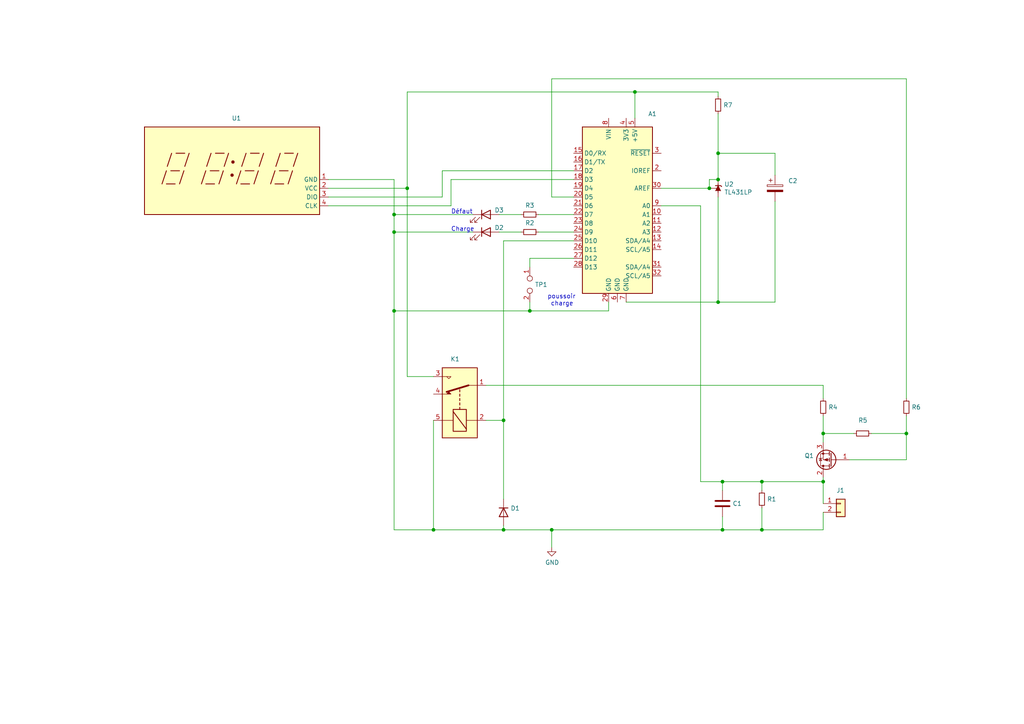
<source format=kicad_sch>
(kicad_sch (version 20211123) (generator eeschema)

  (uuid 68877d35-b796-44db-9124-b8e744e7412e)

  (paper "A4")

  (lib_symbols
    (symbol "Connector:TestPoint_2Pole" (pin_names (offset 0.762) hide) (in_bom yes) (on_board yes)
      (property "Reference" "TP" (id 0) (at 0 1.524 0)
        (effects (font (size 1.27 1.27)))
      )
      (property "Value" "TestPoint_2Pole" (id 1) (at 0 -1.778 0)
        (effects (font (size 1.27 1.27)))
      )
      (property "Footprint" "" (id 2) (at 0 0 0)
        (effects (font (size 1.27 1.27)) hide)
      )
      (property "Datasheet" "~" (id 3) (at 0 0 0)
        (effects (font (size 1.27 1.27)) hide)
      )
      (property "ki_keywords" "point tp" (id 4) (at 0 0 0)
        (effects (font (size 1.27 1.27)) hide)
      )
      (property "ki_description" "2-polar test point" (id 5) (at 0 0 0)
        (effects (font (size 1.27 1.27)) hide)
      )
      (property "ki_fp_filters" "Pin* Test*" (id 6) (at 0 0 0)
        (effects (font (size 1.27 1.27)) hide)
      )
      (symbol "TestPoint_2Pole_0_1"
        (circle (center -1.778 0) (radius 0.762)
          (stroke (width 0) (type default) (color 0 0 0 0))
          (fill (type none))
        )
        (circle (center 1.778 0) (radius 0.762)
          (stroke (width 0) (type default) (color 0 0 0 0))
          (fill (type none))
        )
        (pin passive line (at -5.08 0 0) (length 2.54)
          (name "1" (effects (font (size 1.27 1.27))))
          (number "1" (effects (font (size 1.27 1.27))))
        )
        (pin passive line (at 5.08 0 180) (length 2.54)
          (name "2" (effects (font (size 1.27 1.27))))
          (number "2" (effects (font (size 1.27 1.27))))
        )
      )
    )
    (symbol "Connector_Generic:Conn_01x02" (pin_names (offset 1.016) hide) (in_bom yes) (on_board yes)
      (property "Reference" "J" (id 0) (at 0 2.54 0)
        (effects (font (size 1.27 1.27)))
      )
      (property "Value" "Conn_01x02" (id 1) (at 0 -5.08 0)
        (effects (font (size 1.27 1.27)))
      )
      (property "Footprint" "" (id 2) (at 0 0 0)
        (effects (font (size 1.27 1.27)) hide)
      )
      (property "Datasheet" "~" (id 3) (at 0 0 0)
        (effects (font (size 1.27 1.27)) hide)
      )
      (property "ki_keywords" "connector" (id 4) (at 0 0 0)
        (effects (font (size 1.27 1.27)) hide)
      )
      (property "ki_description" "Generic connector, single row, 01x02, script generated (kicad-library-utils/schlib/autogen/connector/)" (id 5) (at 0 0 0)
        (effects (font (size 1.27 1.27)) hide)
      )
      (property "ki_fp_filters" "Connector*:*_1x??_*" (id 6) (at 0 0 0)
        (effects (font (size 1.27 1.27)) hide)
      )
      (symbol "Conn_01x02_1_1"
        (rectangle (start -1.27 -2.413) (end 0 -2.667)
          (stroke (width 0.1524) (type default) (color 0 0 0 0))
          (fill (type none))
        )
        (rectangle (start -1.27 0.127) (end 0 -0.127)
          (stroke (width 0.1524) (type default) (color 0 0 0 0))
          (fill (type none))
        )
        (rectangle (start -1.27 1.27) (end 1.27 -3.81)
          (stroke (width 0.254) (type default) (color 0 0 0 0))
          (fill (type background))
        )
        (pin passive line (at -5.08 0 0) (length 3.81)
          (name "Pin_1" (effects (font (size 1.27 1.27))))
          (number "1" (effects (font (size 1.27 1.27))))
        )
        (pin passive line (at -5.08 -2.54 0) (length 3.81)
          (name "Pin_2" (effects (font (size 1.27 1.27))))
          (number "2" (effects (font (size 1.27 1.27))))
        )
      )
    )
    (symbol "Device:C" (pin_numbers hide) (pin_names (offset 0.254)) (in_bom yes) (on_board yes)
      (property "Reference" "C" (id 0) (at 0.635 2.54 0)
        (effects (font (size 1.27 1.27)) (justify left))
      )
      (property "Value" "C" (id 1) (at 0.635 -2.54 0)
        (effects (font (size 1.27 1.27)) (justify left))
      )
      (property "Footprint" "" (id 2) (at 0.9652 -3.81 0)
        (effects (font (size 1.27 1.27)) hide)
      )
      (property "Datasheet" "~" (id 3) (at 0 0 0)
        (effects (font (size 1.27 1.27)) hide)
      )
      (property "ki_keywords" "cap capacitor" (id 4) (at 0 0 0)
        (effects (font (size 1.27 1.27)) hide)
      )
      (property "ki_description" "Unpolarized capacitor" (id 5) (at 0 0 0)
        (effects (font (size 1.27 1.27)) hide)
      )
      (property "ki_fp_filters" "C_*" (id 6) (at 0 0 0)
        (effects (font (size 1.27 1.27)) hide)
      )
      (symbol "C_0_1"
        (polyline
          (pts
            (xy -2.032 -0.762)
            (xy 2.032 -0.762)
          )
          (stroke (width 0.508) (type default) (color 0 0 0 0))
          (fill (type none))
        )
        (polyline
          (pts
            (xy -2.032 0.762)
            (xy 2.032 0.762)
          )
          (stroke (width 0.508) (type default) (color 0 0 0 0))
          (fill (type none))
        )
      )
      (symbol "C_1_1"
        (pin passive line (at 0 3.81 270) (length 2.794)
          (name "~" (effects (font (size 1.27 1.27))))
          (number "1" (effects (font (size 1.27 1.27))))
        )
        (pin passive line (at 0 -3.81 90) (length 2.794)
          (name "~" (effects (font (size 1.27 1.27))))
          (number "2" (effects (font (size 1.27 1.27))))
        )
      )
    )
    (symbol "Device:C_Polarized" (pin_numbers hide) (pin_names (offset 0.254)) (in_bom yes) (on_board yes)
      (property "Reference" "C" (id 0) (at 0.635 2.54 0)
        (effects (font (size 1.27 1.27)) (justify left))
      )
      (property "Value" "C_Polarized" (id 1) (at 0.635 -2.54 0)
        (effects (font (size 1.27 1.27)) (justify left))
      )
      (property "Footprint" "" (id 2) (at 0.9652 -3.81 0)
        (effects (font (size 1.27 1.27)) hide)
      )
      (property "Datasheet" "~" (id 3) (at 0 0 0)
        (effects (font (size 1.27 1.27)) hide)
      )
      (property "ki_keywords" "cap capacitor" (id 4) (at 0 0 0)
        (effects (font (size 1.27 1.27)) hide)
      )
      (property "ki_description" "Polarized capacitor" (id 5) (at 0 0 0)
        (effects (font (size 1.27 1.27)) hide)
      )
      (property "ki_fp_filters" "CP_*" (id 6) (at 0 0 0)
        (effects (font (size 1.27 1.27)) hide)
      )
      (symbol "C_Polarized_0_1"
        (rectangle (start -2.286 0.508) (end 2.286 1.016)
          (stroke (width 0) (type default) (color 0 0 0 0))
          (fill (type none))
        )
        (polyline
          (pts
            (xy -1.778 2.286)
            (xy -0.762 2.286)
          )
          (stroke (width 0) (type default) (color 0 0 0 0))
          (fill (type none))
        )
        (polyline
          (pts
            (xy -1.27 2.794)
            (xy -1.27 1.778)
          )
          (stroke (width 0) (type default) (color 0 0 0 0))
          (fill (type none))
        )
        (rectangle (start 2.286 -0.508) (end -2.286 -1.016)
          (stroke (width 0) (type default) (color 0 0 0 0))
          (fill (type outline))
        )
      )
      (symbol "C_Polarized_1_1"
        (pin passive line (at 0 3.81 270) (length 2.794)
          (name "~" (effects (font (size 1.27 1.27))))
          (number "1" (effects (font (size 1.27 1.27))))
        )
        (pin passive line (at 0 -3.81 90) (length 2.794)
          (name "~" (effects (font (size 1.27 1.27))))
          (number "2" (effects (font (size 1.27 1.27))))
        )
      )
    )
    (symbol "Device:LED" (pin_numbers hide) (pin_names (offset 1.016) hide) (in_bom yes) (on_board yes)
      (property "Reference" "D" (id 0) (at 0 2.54 0)
        (effects (font (size 1.27 1.27)))
      )
      (property "Value" "LED" (id 1) (at 0 -2.54 0)
        (effects (font (size 1.27 1.27)))
      )
      (property "Footprint" "" (id 2) (at 0 0 0)
        (effects (font (size 1.27 1.27)) hide)
      )
      (property "Datasheet" "~" (id 3) (at 0 0 0)
        (effects (font (size 1.27 1.27)) hide)
      )
      (property "ki_keywords" "LED diode" (id 4) (at 0 0 0)
        (effects (font (size 1.27 1.27)) hide)
      )
      (property "ki_description" "Light emitting diode" (id 5) (at 0 0 0)
        (effects (font (size 1.27 1.27)) hide)
      )
      (property "ki_fp_filters" "LED* LED_SMD:* LED_THT:*" (id 6) (at 0 0 0)
        (effects (font (size 1.27 1.27)) hide)
      )
      (symbol "LED_0_1"
        (polyline
          (pts
            (xy -1.27 -1.27)
            (xy -1.27 1.27)
          )
          (stroke (width 0.254) (type default) (color 0 0 0 0))
          (fill (type none))
        )
        (polyline
          (pts
            (xy -1.27 0)
            (xy 1.27 0)
          )
          (stroke (width 0) (type default) (color 0 0 0 0))
          (fill (type none))
        )
        (polyline
          (pts
            (xy 1.27 -1.27)
            (xy 1.27 1.27)
            (xy -1.27 0)
            (xy 1.27 -1.27)
          )
          (stroke (width 0.254) (type default) (color 0 0 0 0))
          (fill (type none))
        )
        (polyline
          (pts
            (xy -3.048 -0.762)
            (xy -4.572 -2.286)
            (xy -3.81 -2.286)
            (xy -4.572 -2.286)
            (xy -4.572 -1.524)
          )
          (stroke (width 0) (type default) (color 0 0 0 0))
          (fill (type none))
        )
        (polyline
          (pts
            (xy -1.778 -0.762)
            (xy -3.302 -2.286)
            (xy -2.54 -2.286)
            (xy -3.302 -2.286)
            (xy -3.302 -1.524)
          )
          (stroke (width 0) (type default) (color 0 0 0 0))
          (fill (type none))
        )
      )
      (symbol "LED_1_1"
        (pin passive line (at -3.81 0 0) (length 2.54)
          (name "K" (effects (font (size 1.27 1.27))))
          (number "1" (effects (font (size 1.27 1.27))))
        )
        (pin passive line (at 3.81 0 180) (length 2.54)
          (name "A" (effects (font (size 1.27 1.27))))
          (number "2" (effects (font (size 1.27 1.27))))
        )
      )
    )
    (symbol "Device:Q_PMOS_GDS" (pin_names (offset 0) hide) (in_bom yes) (on_board yes)
      (property "Reference" "Q" (id 0) (at 5.08 1.27 0)
        (effects (font (size 1.27 1.27)) (justify left))
      )
      (property "Value" "Q_PMOS_GDS" (id 1) (at 5.08 -1.27 0)
        (effects (font (size 1.27 1.27)) (justify left))
      )
      (property "Footprint" "" (id 2) (at 5.08 2.54 0)
        (effects (font (size 1.27 1.27)) hide)
      )
      (property "Datasheet" "~" (id 3) (at 0 0 0)
        (effects (font (size 1.27 1.27)) hide)
      )
      (property "ki_keywords" "transistor PMOS P-MOS P-MOSFET" (id 4) (at 0 0 0)
        (effects (font (size 1.27 1.27)) hide)
      )
      (property "ki_description" "P-MOSFET transistor, gate/drain/source" (id 5) (at 0 0 0)
        (effects (font (size 1.27 1.27)) hide)
      )
      (symbol "Q_PMOS_GDS_0_1"
        (polyline
          (pts
            (xy 0.254 0)
            (xy -2.54 0)
          )
          (stroke (width 0) (type default) (color 0 0 0 0))
          (fill (type none))
        )
        (polyline
          (pts
            (xy 0.254 1.905)
            (xy 0.254 -1.905)
          )
          (stroke (width 0.254) (type default) (color 0 0 0 0))
          (fill (type none))
        )
        (polyline
          (pts
            (xy 0.762 -1.27)
            (xy 0.762 -2.286)
          )
          (stroke (width 0.254) (type default) (color 0 0 0 0))
          (fill (type none))
        )
        (polyline
          (pts
            (xy 0.762 0.508)
            (xy 0.762 -0.508)
          )
          (stroke (width 0.254) (type default) (color 0 0 0 0))
          (fill (type none))
        )
        (polyline
          (pts
            (xy 0.762 2.286)
            (xy 0.762 1.27)
          )
          (stroke (width 0.254) (type default) (color 0 0 0 0))
          (fill (type none))
        )
        (polyline
          (pts
            (xy 2.54 2.54)
            (xy 2.54 1.778)
          )
          (stroke (width 0) (type default) (color 0 0 0 0))
          (fill (type none))
        )
        (polyline
          (pts
            (xy 2.54 -2.54)
            (xy 2.54 0)
            (xy 0.762 0)
          )
          (stroke (width 0) (type default) (color 0 0 0 0))
          (fill (type none))
        )
        (polyline
          (pts
            (xy 0.762 1.778)
            (xy 3.302 1.778)
            (xy 3.302 -1.778)
            (xy 0.762 -1.778)
          )
          (stroke (width 0) (type default) (color 0 0 0 0))
          (fill (type none))
        )
        (polyline
          (pts
            (xy 2.286 0)
            (xy 1.27 0.381)
            (xy 1.27 -0.381)
            (xy 2.286 0)
          )
          (stroke (width 0) (type default) (color 0 0 0 0))
          (fill (type outline))
        )
        (polyline
          (pts
            (xy 2.794 -0.508)
            (xy 2.921 -0.381)
            (xy 3.683 -0.381)
            (xy 3.81 -0.254)
          )
          (stroke (width 0) (type default) (color 0 0 0 0))
          (fill (type none))
        )
        (polyline
          (pts
            (xy 3.302 -0.381)
            (xy 2.921 0.254)
            (xy 3.683 0.254)
            (xy 3.302 -0.381)
          )
          (stroke (width 0) (type default) (color 0 0 0 0))
          (fill (type none))
        )
        (circle (center 1.651 0) (radius 2.794)
          (stroke (width 0.254) (type default) (color 0 0 0 0))
          (fill (type none))
        )
        (circle (center 2.54 -1.778) (radius 0.254)
          (stroke (width 0) (type default) (color 0 0 0 0))
          (fill (type outline))
        )
        (circle (center 2.54 1.778) (radius 0.254)
          (stroke (width 0) (type default) (color 0 0 0 0))
          (fill (type outline))
        )
      )
      (symbol "Q_PMOS_GDS_1_1"
        (pin input line (at -5.08 0 0) (length 2.54)
          (name "G" (effects (font (size 1.27 1.27))))
          (number "1" (effects (font (size 1.27 1.27))))
        )
        (pin passive line (at 2.54 5.08 270) (length 2.54)
          (name "D" (effects (font (size 1.27 1.27))))
          (number "2" (effects (font (size 1.27 1.27))))
        )
        (pin passive line (at 2.54 -5.08 90) (length 2.54)
          (name "S" (effects (font (size 1.27 1.27))))
          (number "3" (effects (font (size 1.27 1.27))))
        )
      )
    )
    (symbol "Device:R_Small" (pin_numbers hide) (pin_names (offset 0.254) hide) (in_bom yes) (on_board yes)
      (property "Reference" "R" (id 0) (at 0.762 0.508 0)
        (effects (font (size 1.27 1.27)) (justify left))
      )
      (property "Value" "R_Small" (id 1) (at 0.762 -1.016 0)
        (effects (font (size 1.27 1.27)) (justify left))
      )
      (property "Footprint" "" (id 2) (at 0 0 0)
        (effects (font (size 1.27 1.27)) hide)
      )
      (property "Datasheet" "~" (id 3) (at 0 0 0)
        (effects (font (size 1.27 1.27)) hide)
      )
      (property "ki_keywords" "R resistor" (id 4) (at 0 0 0)
        (effects (font (size 1.27 1.27)) hide)
      )
      (property "ki_description" "Resistor, small symbol" (id 5) (at 0 0 0)
        (effects (font (size 1.27 1.27)) hide)
      )
      (property "ki_fp_filters" "R_*" (id 6) (at 0 0 0)
        (effects (font (size 1.27 1.27)) hide)
      )
      (symbol "R_Small_0_1"
        (rectangle (start -0.762 1.778) (end 0.762 -1.778)
          (stroke (width 0.2032) (type default) (color 0 0 0 0))
          (fill (type none))
        )
      )
      (symbol "R_Small_1_1"
        (pin passive line (at 0 2.54 270) (length 0.762)
          (name "~" (effects (font (size 1.27 1.27))))
          (number "1" (effects (font (size 1.27 1.27))))
        )
        (pin passive line (at 0 -2.54 90) (length 0.762)
          (name "~" (effects (font (size 1.27 1.27))))
          (number "2" (effects (font (size 1.27 1.27))))
        )
      )
    )
    (symbol "Diode:1N4004" (pin_numbers hide) (pin_names (offset 1.016) hide) (in_bom yes) (on_board yes)
      (property "Reference" "D" (id 0) (at 0 2.54 0)
        (effects (font (size 1.27 1.27)))
      )
      (property "Value" "1N4004" (id 1) (at 0 -2.54 0)
        (effects (font (size 1.27 1.27)))
      )
      (property "Footprint" "Diode_THT:D_DO-41_SOD81_P10.16mm_Horizontal" (id 2) (at 0 -4.445 0)
        (effects (font (size 1.27 1.27)) hide)
      )
      (property "Datasheet" "http://www.vishay.com/docs/88503/1n4001.pdf" (id 3) (at 0 0 0)
        (effects (font (size 1.27 1.27)) hide)
      )
      (property "ki_keywords" "diode" (id 4) (at 0 0 0)
        (effects (font (size 1.27 1.27)) hide)
      )
      (property "ki_description" "400V 1A General Purpose Rectifier Diode, DO-41" (id 5) (at 0 0 0)
        (effects (font (size 1.27 1.27)) hide)
      )
      (property "ki_fp_filters" "D*DO?41*" (id 6) (at 0 0 0)
        (effects (font (size 1.27 1.27)) hide)
      )
      (symbol "1N4004_0_1"
        (polyline
          (pts
            (xy -1.27 1.27)
            (xy -1.27 -1.27)
          )
          (stroke (width 0.254) (type default) (color 0 0 0 0))
          (fill (type none))
        )
        (polyline
          (pts
            (xy 1.27 0)
            (xy -1.27 0)
          )
          (stroke (width 0) (type default) (color 0 0 0 0))
          (fill (type none))
        )
        (polyline
          (pts
            (xy 1.27 1.27)
            (xy 1.27 -1.27)
            (xy -1.27 0)
            (xy 1.27 1.27)
          )
          (stroke (width 0.254) (type default) (color 0 0 0 0))
          (fill (type none))
        )
      )
      (symbol "1N4004_1_1"
        (pin passive line (at -3.81 0 0) (length 2.54)
          (name "K" (effects (font (size 1.27 1.27))))
          (number "1" (effects (font (size 1.27 1.27))))
        )
        (pin passive line (at 3.81 0 180) (length 2.54)
          (name "A" (effects (font (size 1.27 1.27))))
          (number "2" (effects (font (size 1.27 1.27))))
        )
      )
    )
    (symbol "MCU_Module:Arduino_UNO_R3" (in_bom yes) (on_board yes)
      (property "Reference" "A" (id 0) (at -10.16 23.495 0)
        (effects (font (size 1.27 1.27)) (justify left bottom))
      )
      (property "Value" "Arduino_UNO_R3" (id 1) (at 5.08 -26.67 0)
        (effects (font (size 1.27 1.27)) (justify left top))
      )
      (property "Footprint" "Module:Arduino_UNO_R3" (id 2) (at 0 0 0)
        (effects (font (size 1.27 1.27) italic) hide)
      )
      (property "Datasheet" "https://www.arduino.cc/en/Main/arduinoBoardUno" (id 3) (at 0 0 0)
        (effects (font (size 1.27 1.27)) hide)
      )
      (property "ki_keywords" "Arduino UNO R3 Microcontroller Module Atmel AVR USB" (id 4) (at 0 0 0)
        (effects (font (size 1.27 1.27)) hide)
      )
      (property "ki_description" "Arduino UNO Microcontroller Module, release 3" (id 5) (at 0 0 0)
        (effects (font (size 1.27 1.27)) hide)
      )
      (property "ki_fp_filters" "Arduino*UNO*R3*" (id 6) (at 0 0 0)
        (effects (font (size 1.27 1.27)) hide)
      )
      (symbol "Arduino_UNO_R3_0_1"
        (rectangle (start -10.16 22.86) (end 10.16 -25.4)
          (stroke (width 0.254) (type default) (color 0 0 0 0))
          (fill (type background))
        )
      )
      (symbol "Arduino_UNO_R3_1_1"
        (pin no_connect line (at -10.16 -20.32 0) (length 2.54) hide
          (name "NC" (effects (font (size 1.27 1.27))))
          (number "1" (effects (font (size 1.27 1.27))))
        )
        (pin bidirectional line (at 12.7 -2.54 180) (length 2.54)
          (name "A1" (effects (font (size 1.27 1.27))))
          (number "10" (effects (font (size 1.27 1.27))))
        )
        (pin bidirectional line (at 12.7 -5.08 180) (length 2.54)
          (name "A2" (effects (font (size 1.27 1.27))))
          (number "11" (effects (font (size 1.27 1.27))))
        )
        (pin bidirectional line (at 12.7 -7.62 180) (length 2.54)
          (name "A3" (effects (font (size 1.27 1.27))))
          (number "12" (effects (font (size 1.27 1.27))))
        )
        (pin bidirectional line (at 12.7 -10.16 180) (length 2.54)
          (name "SDA/A4" (effects (font (size 1.27 1.27))))
          (number "13" (effects (font (size 1.27 1.27))))
        )
        (pin bidirectional line (at 12.7 -12.7 180) (length 2.54)
          (name "SCL/A5" (effects (font (size 1.27 1.27))))
          (number "14" (effects (font (size 1.27 1.27))))
        )
        (pin bidirectional line (at -12.7 15.24 0) (length 2.54)
          (name "D0/RX" (effects (font (size 1.27 1.27))))
          (number "15" (effects (font (size 1.27 1.27))))
        )
        (pin bidirectional line (at -12.7 12.7 0) (length 2.54)
          (name "D1/TX" (effects (font (size 1.27 1.27))))
          (number "16" (effects (font (size 1.27 1.27))))
        )
        (pin bidirectional line (at -12.7 10.16 0) (length 2.54)
          (name "D2" (effects (font (size 1.27 1.27))))
          (number "17" (effects (font (size 1.27 1.27))))
        )
        (pin bidirectional line (at -12.7 7.62 0) (length 2.54)
          (name "D3" (effects (font (size 1.27 1.27))))
          (number "18" (effects (font (size 1.27 1.27))))
        )
        (pin bidirectional line (at -12.7 5.08 0) (length 2.54)
          (name "D4" (effects (font (size 1.27 1.27))))
          (number "19" (effects (font (size 1.27 1.27))))
        )
        (pin output line (at 12.7 10.16 180) (length 2.54)
          (name "IOREF" (effects (font (size 1.27 1.27))))
          (number "2" (effects (font (size 1.27 1.27))))
        )
        (pin bidirectional line (at -12.7 2.54 0) (length 2.54)
          (name "D5" (effects (font (size 1.27 1.27))))
          (number "20" (effects (font (size 1.27 1.27))))
        )
        (pin bidirectional line (at -12.7 0 0) (length 2.54)
          (name "D6" (effects (font (size 1.27 1.27))))
          (number "21" (effects (font (size 1.27 1.27))))
        )
        (pin bidirectional line (at -12.7 -2.54 0) (length 2.54)
          (name "D7" (effects (font (size 1.27 1.27))))
          (number "22" (effects (font (size 1.27 1.27))))
        )
        (pin bidirectional line (at -12.7 -5.08 0) (length 2.54)
          (name "D8" (effects (font (size 1.27 1.27))))
          (number "23" (effects (font (size 1.27 1.27))))
        )
        (pin bidirectional line (at -12.7 -7.62 0) (length 2.54)
          (name "D9" (effects (font (size 1.27 1.27))))
          (number "24" (effects (font (size 1.27 1.27))))
        )
        (pin bidirectional line (at -12.7 -10.16 0) (length 2.54)
          (name "D10" (effects (font (size 1.27 1.27))))
          (number "25" (effects (font (size 1.27 1.27))))
        )
        (pin bidirectional line (at -12.7 -12.7 0) (length 2.54)
          (name "D11" (effects (font (size 1.27 1.27))))
          (number "26" (effects (font (size 1.27 1.27))))
        )
        (pin bidirectional line (at -12.7 -15.24 0) (length 2.54)
          (name "D12" (effects (font (size 1.27 1.27))))
          (number "27" (effects (font (size 1.27 1.27))))
        )
        (pin bidirectional line (at -12.7 -17.78 0) (length 2.54)
          (name "D13" (effects (font (size 1.27 1.27))))
          (number "28" (effects (font (size 1.27 1.27))))
        )
        (pin power_in line (at -2.54 -27.94 90) (length 2.54)
          (name "GND" (effects (font (size 1.27 1.27))))
          (number "29" (effects (font (size 1.27 1.27))))
        )
        (pin input line (at 12.7 15.24 180) (length 2.54)
          (name "~{RESET}" (effects (font (size 1.27 1.27))))
          (number "3" (effects (font (size 1.27 1.27))))
        )
        (pin input line (at 12.7 5.08 180) (length 2.54)
          (name "AREF" (effects (font (size 1.27 1.27))))
          (number "30" (effects (font (size 1.27 1.27))))
        )
        (pin bidirectional line (at 12.7 -17.78 180) (length 2.54)
          (name "SDA/A4" (effects (font (size 1.27 1.27))))
          (number "31" (effects (font (size 1.27 1.27))))
        )
        (pin bidirectional line (at 12.7 -20.32 180) (length 2.54)
          (name "SCL/A5" (effects (font (size 1.27 1.27))))
          (number "32" (effects (font (size 1.27 1.27))))
        )
        (pin power_out line (at 2.54 25.4 270) (length 2.54)
          (name "3V3" (effects (font (size 1.27 1.27))))
          (number "4" (effects (font (size 1.27 1.27))))
        )
        (pin power_out line (at 5.08 25.4 270) (length 2.54)
          (name "+5V" (effects (font (size 1.27 1.27))))
          (number "5" (effects (font (size 1.27 1.27))))
        )
        (pin power_in line (at 0 -27.94 90) (length 2.54)
          (name "GND" (effects (font (size 1.27 1.27))))
          (number "6" (effects (font (size 1.27 1.27))))
        )
        (pin power_in line (at 2.54 -27.94 90) (length 2.54)
          (name "GND" (effects (font (size 1.27 1.27))))
          (number "7" (effects (font (size 1.27 1.27))))
        )
        (pin power_in line (at -2.54 25.4 270) (length 2.54)
          (name "VIN" (effects (font (size 1.27 1.27))))
          (number "8" (effects (font (size 1.27 1.27))))
        )
        (pin bidirectional line (at 12.7 0 180) (length 2.54)
          (name "A0" (effects (font (size 1.27 1.27))))
          (number "9" (effects (font (size 1.27 1.27))))
        )
      )
    )
    (symbol "Reference_Voltage:TL431LP" (pin_numbers hide) (pin_names hide) (in_bom yes) (on_board yes)
      (property "Reference" "U" (id 0) (at -2.54 2.54 0)
        (effects (font (size 1.27 1.27)))
      )
      (property "Value" "TL431LP" (id 1) (at 0 -2.54 0)
        (effects (font (size 1.27 1.27)))
      )
      (property "Footprint" "Package_TO_SOT_THT:TO-92_Inline" (id 2) (at 0 -3.81 0)
        (effects (font (size 1.27 1.27) italic) hide)
      )
      (property "Datasheet" "http://www.ti.com/lit/ds/symlink/tl431.pdf" (id 3) (at 0 0 0)
        (effects (font (size 1.27 1.27) italic) hide)
      )
      (property "ki_keywords" "diode device regulator shunt" (id 4) (at 0 0 0)
        (effects (font (size 1.27 1.27)) hide)
      )
      (property "ki_description" "Shunt Regulator, TO-92" (id 5) (at 0 0 0)
        (effects (font (size 1.27 1.27)) hide)
      )
      (property "ki_fp_filters" "TO*92*" (id 6) (at 0 0 0)
        (effects (font (size 1.27 1.27)) hide)
      )
      (symbol "TL431LP_0_1"
        (polyline
          (pts
            (xy -1.27 0)
            (xy 0 0)
            (xy 1.27 0)
          )
          (stroke (width 0) (type default) (color 0 0 0 0))
          (fill (type none))
        )
        (polyline
          (pts
            (xy -0.762 0.762)
            (xy 0.762 0)
            (xy -0.762 -0.762)
          )
          (stroke (width 0) (type default) (color 0 0 0 0))
          (fill (type outline))
        )
        (polyline
          (pts
            (xy 0.508 -1.016)
            (xy 0.762 -0.762)
            (xy 0.762 0.762)
            (xy 0.762 0.762)
          )
          (stroke (width 0.254) (type default) (color 0 0 0 0))
          (fill (type none))
        )
      )
      (symbol "TL431LP_1_1"
        (pin passive line (at 0 2.54 270) (length 2.54)
          (name "REF" (effects (font (size 1.27 1.27))))
          (number "1" (effects (font (size 1.27 1.27))))
        )
        (pin passive line (at -2.54 0 0) (length 2.54)
          (name "A" (effects (font (size 1.27 1.27))))
          (number "2" (effects (font (size 1.27 1.27))))
        )
        (pin passive line (at 2.54 0 180) (length 2.54)
          (name "K" (effects (font (size 1.27 1.27))))
          (number "3" (effects (font (size 1.27 1.27))))
        )
      )
    )
    (symbol "Relay:SANYOU_SRD_Form_C" (in_bom yes) (on_board yes)
      (property "Reference" "K" (id 0) (at 11.43 3.81 0)
        (effects (font (size 1.27 1.27)) (justify left))
      )
      (property "Value" "SANYOU_SRD_Form_C" (id 1) (at 11.43 1.27 0)
        (effects (font (size 1.27 1.27)) (justify left))
      )
      (property "Footprint" "Relay_THT:Relay_SPDT_SANYOU_SRD_Series_Form_C" (id 2) (at 11.43 -1.27 0)
        (effects (font (size 1.27 1.27)) (justify left) hide)
      )
      (property "Datasheet" "http://www.sanyourelay.ca/public/products/pdf/SRD.pdf" (id 3) (at 0 0 0)
        (effects (font (size 1.27 1.27)) hide)
      )
      (property "ki_keywords" "Single Pole Relay SPDT" (id 4) (at 0 0 0)
        (effects (font (size 1.27 1.27)) hide)
      )
      (property "ki_description" "Sanyo SRD relay, Single Pole Miniature Power Relay," (id 5) (at 0 0 0)
        (effects (font (size 1.27 1.27)) hide)
      )
      (property "ki_fp_filters" "Relay*SPDT*SANYOU*SRD*Series*Form*C*" (id 6) (at 0 0 0)
        (effects (font (size 1.27 1.27)) hide)
      )
      (symbol "SANYOU_SRD_Form_C_0_0"
        (polyline
          (pts
            (xy 7.62 5.08)
            (xy 7.62 2.54)
            (xy 6.985 3.175)
            (xy 7.62 3.81)
          )
          (stroke (width 0) (type default) (color 0 0 0 0))
          (fill (type none))
        )
      )
      (symbol "SANYOU_SRD_Form_C_0_1"
        (rectangle (start -10.16 5.08) (end 10.16 -5.08)
          (stroke (width 0.254) (type default) (color 0 0 0 0))
          (fill (type background))
        )
        (rectangle (start -8.255 1.905) (end -1.905 -1.905)
          (stroke (width 0.254) (type default) (color 0 0 0 0))
          (fill (type none))
        )
        (polyline
          (pts
            (xy -7.62 -1.905)
            (xy -2.54 1.905)
          )
          (stroke (width 0.254) (type default) (color 0 0 0 0))
          (fill (type none))
        )
        (polyline
          (pts
            (xy -5.08 -5.08)
            (xy -5.08 -1.905)
          )
          (stroke (width 0) (type default) (color 0 0 0 0))
          (fill (type none))
        )
        (polyline
          (pts
            (xy -5.08 5.08)
            (xy -5.08 1.905)
          )
          (stroke (width 0) (type default) (color 0 0 0 0))
          (fill (type none))
        )
        (polyline
          (pts
            (xy -1.905 0)
            (xy -1.27 0)
          )
          (stroke (width 0.254) (type default) (color 0 0 0 0))
          (fill (type none))
        )
        (polyline
          (pts
            (xy -0.635 0)
            (xy 0 0)
          )
          (stroke (width 0.254) (type default) (color 0 0 0 0))
          (fill (type none))
        )
        (polyline
          (pts
            (xy 0.635 0)
            (xy 1.27 0)
          )
          (stroke (width 0.254) (type default) (color 0 0 0 0))
          (fill (type none))
        )
        (polyline
          (pts
            (xy 1.905 0)
            (xy 2.54 0)
          )
          (stroke (width 0.254) (type default) (color 0 0 0 0))
          (fill (type none))
        )
        (polyline
          (pts
            (xy 3.175 0)
            (xy 3.81 0)
          )
          (stroke (width 0.254) (type default) (color 0 0 0 0))
          (fill (type none))
        )
        (polyline
          (pts
            (xy 5.08 -2.54)
            (xy 3.175 3.81)
          )
          (stroke (width 0.508) (type default) (color 0 0 0 0))
          (fill (type none))
        )
        (polyline
          (pts
            (xy 5.08 -2.54)
            (xy 5.08 -5.08)
          )
          (stroke (width 0) (type default) (color 0 0 0 0))
          (fill (type none))
        )
      )
      (symbol "SANYOU_SRD_Form_C_1_1"
        (polyline
          (pts
            (xy 2.54 3.81)
            (xy 3.175 3.175)
            (xy 2.54 2.54)
            (xy 2.54 5.08)
          )
          (stroke (width 0) (type default) (color 0 0 0 0))
          (fill (type outline))
        )
        (pin passive line (at 5.08 -7.62 90) (length 2.54)
          (name "~" (effects (font (size 1.27 1.27))))
          (number "1" (effects (font (size 1.27 1.27))))
        )
        (pin passive line (at -5.08 -7.62 90) (length 2.54)
          (name "~" (effects (font (size 1.27 1.27))))
          (number "2" (effects (font (size 1.27 1.27))))
        )
        (pin passive line (at 7.62 7.62 270) (length 2.54)
          (name "~" (effects (font (size 1.27 1.27))))
          (number "3" (effects (font (size 1.27 1.27))))
        )
        (pin passive line (at 2.54 7.62 270) (length 2.54)
          (name "~" (effects (font (size 1.27 1.27))))
          (number "4" (effects (font (size 1.27 1.27))))
        )
        (pin passive line (at -5.08 7.62 270) (length 2.54)
          (name "~" (effects (font (size 1.27 1.27))))
          (number "5" (effects (font (size 1.27 1.27))))
        )
      )
    )
    (symbol "kicad_chargeur_piles_mosfet-rescue:Display_TM1637-display_tm1637-kicad_chargeur_piles-rescue" (in_bom yes) (on_board yes)
      (property "Reference" "U" (id 0) (at -24.13 13.97 0)
        (effects (font (size 1.27 1.27)))
      )
      (property "Value" "Display_TM1637-display_tm1637-kicad_chargeur_piles-rescue" (id 1) (at 17.78 13.97 0)
        (effects (font (size 1.27 1.27)))
      )
      (property "Footprint" "Display_4Digit_7Segment" (id 2) (at 0 -15.24 0)
        (effects (font (size 1.27 1.27)) hide)
      )
      (property "Datasheet" "" (id 3) (at -10.922 0.762 0)
        (effects (font (size 1.27 1.27)) hide)
      )
      (property "ki_fp_filters" "*CA56*12CGKWA*" (id 4) (at 0 0 0)
        (effects (font (size 1.27 1.27)) hide)
      )
      (symbol "Display_TM1637-display_tm1637-kicad_chargeur_piles-rescue_0_0"
        (rectangle (start -25.4 12.7) (end 25.4 -12.7)
          (stroke (width 0.254) (type default) (color 0 0 0 0))
          (fill (type background))
        )
        (polyline
          (pts
            (xy -20.32 -3.81)
            (xy -19.05 0)
          )
          (stroke (width 0.254) (type default) (color 0 0 0 0))
          (fill (type none))
        )
        (polyline
          (pts
            (xy -19.05 -3.81)
            (xy -16.51 -3.81)
          )
          (stroke (width 0.254) (type default) (color 0 0 0 0))
          (fill (type none))
        )
        (polyline
          (pts
            (xy -18.796 1.27)
            (xy -17.526 5.08)
          )
          (stroke (width 0.254) (type default) (color 0 0 0 0))
          (fill (type none))
        )
        (polyline
          (pts
            (xy -17.78 0)
            (xy -15.24 0)
          )
          (stroke (width 0.254) (type default) (color 0 0 0 0))
          (fill (type none))
        )
        (polyline
          (pts
            (xy -16.256 5.08)
            (xy -13.716 5.08)
          )
          (stroke (width 0.254) (type default) (color 0 0 0 0))
          (fill (type none))
        )
        (polyline
          (pts
            (xy -15.24 -3.81)
            (xy -13.97 0)
          )
          (stroke (width 0.254) (type default) (color 0 0 0 0))
          (fill (type none))
        )
        (polyline
          (pts
            (xy -13.716 1.27)
            (xy -12.446 5.08)
          )
          (stroke (width 0.254) (type default) (color 0 0 0 0))
          (fill (type none))
        )
        (polyline
          (pts
            (xy -8.89 -3.81)
            (xy -7.62 0)
          )
          (stroke (width 0.254) (type default) (color 0 0 0 0))
          (fill (type none))
        )
        (polyline
          (pts
            (xy -7.62 -3.81)
            (xy -5.08 -3.81)
          )
          (stroke (width 0.254) (type default) (color 0 0 0 0))
          (fill (type none))
        )
        (polyline
          (pts
            (xy -7.366 1.27)
            (xy -6.096 5.08)
          )
          (stroke (width 0.254) (type default) (color 0 0 0 0))
          (fill (type none))
        )
        (polyline
          (pts
            (xy -6.35 0)
            (xy -3.81 0)
          )
          (stroke (width 0.254) (type default) (color 0 0 0 0))
          (fill (type none))
        )
        (polyline
          (pts
            (xy -4.826 5.08)
            (xy -2.286 5.08)
          )
          (stroke (width 0.254) (type default) (color 0 0 0 0))
          (fill (type none))
        )
        (polyline
          (pts
            (xy -3.81 -3.81)
            (xy -2.54 0)
          )
          (stroke (width 0.254) (type default) (color 0 0 0 0))
          (fill (type none))
        )
        (polyline
          (pts
            (xy -2.286 1.27)
            (xy -1.016 5.08)
          )
          (stroke (width 0.254) (type default) (color 0 0 0 0))
          (fill (type none))
        )
        (polyline
          (pts
            (xy 1.27 -3.81)
            (xy 2.54 0)
          )
          (stroke (width 0.254) (type default) (color 0 0 0 0))
          (fill (type none))
        )
        (polyline
          (pts
            (xy 2.54 -3.81)
            (xy 5.08 -3.81)
          )
          (stroke (width 0.254) (type default) (color 0 0 0 0))
          (fill (type none))
        )
        (polyline
          (pts
            (xy 2.794 1.27)
            (xy 4.064 5.08)
          )
          (stroke (width 0.254) (type default) (color 0 0 0 0))
          (fill (type none))
        )
        (polyline
          (pts
            (xy 3.81 0)
            (xy 6.35 0)
          )
          (stroke (width 0.254) (type default) (color 0 0 0 0))
          (fill (type none))
        )
        (polyline
          (pts
            (xy 5.334 5.08)
            (xy 7.874 5.08)
          )
          (stroke (width 0.254) (type default) (color 0 0 0 0))
          (fill (type none))
        )
        (polyline
          (pts
            (xy 6.35 -3.81)
            (xy 7.62 0)
          )
          (stroke (width 0.254) (type default) (color 0 0 0 0))
          (fill (type none))
        )
        (polyline
          (pts
            (xy 7.874 1.27)
            (xy 9.144 5.08)
          )
          (stroke (width 0.254) (type default) (color 0 0 0 0))
          (fill (type none))
        )
        (polyline
          (pts
            (xy 11.176 -3.81)
            (xy 12.446 0)
          )
          (stroke (width 0.254) (type default) (color 0 0 0 0))
          (fill (type none))
        )
        (polyline
          (pts
            (xy 12.446 -3.81)
            (xy 14.986 -3.81)
          )
          (stroke (width 0.254) (type default) (color 0 0 0 0))
          (fill (type none))
        )
        (polyline
          (pts
            (xy 12.7 1.27)
            (xy 13.97 5.08)
          )
          (stroke (width 0.254) (type default) (color 0 0 0 0))
          (fill (type none))
        )
        (polyline
          (pts
            (xy 13.716 0)
            (xy 16.256 0)
          )
          (stroke (width 0.254) (type default) (color 0 0 0 0))
          (fill (type none))
        )
        (polyline
          (pts
            (xy 15.24 5.08)
            (xy 17.78 5.08)
          )
          (stroke (width 0.254) (type default) (color 0 0 0 0))
          (fill (type none))
        )
        (polyline
          (pts
            (xy 16.256 -3.81)
            (xy 17.526 0)
          )
          (stroke (width 0.254) (type default) (color 0 0 0 0))
          (fill (type none))
        )
        (polyline
          (pts
            (xy 17.78 1.27)
            (xy 19.05 5.08)
          )
          (stroke (width 0.254) (type default) (color 0 0 0 0))
          (fill (type none))
        )
      )
      (symbol "Display_TM1637-display_tm1637-kicad_chargeur_piles-rescue_0_1"
        (circle (center 0 -1.27) (radius 0.3556)
          (stroke (width 0.254) (type default) (color 0 0 0 0))
          (fill (type outline))
        )
        (circle (center 0.254 2.54) (radius 0.3556)
          (stroke (width 0.254) (type default) (color 0 0 0 0))
          (fill (type outline))
        )
      )
      (symbol "Display_TM1637-display_tm1637-kicad_chargeur_piles-rescue_1_1"
        (pin passive line (at 27.94 -2.54 180) (length 2.54)
          (name "GND" (effects (font (size 1.27 1.27))))
          (number "1" (effects (font (size 1.27 1.27))))
        )
        (pin passive line (at 27.94 -5.08 180) (length 2.54)
          (name "VCC" (effects (font (size 1.27 1.27))))
          (number "2" (effects (font (size 1.27 1.27))))
        )
        (pin passive line (at 27.94 -7.62 180) (length 2.54)
          (name "DIO" (effects (font (size 1.27 1.27))))
          (number "3" (effects (font (size 1.27 1.27))))
        )
        (pin passive line (at 27.94 -10.16 180) (length 2.54)
          (name "CLK" (effects (font (size 1.27 1.27))))
          (number "4" (effects (font (size 1.27 1.27))))
        )
      )
    )
    (symbol "power:GND" (power) (pin_names (offset 0)) (in_bom yes) (on_board yes)
      (property "Reference" "#PWR" (id 0) (at 0 -6.35 0)
        (effects (font (size 1.27 1.27)) hide)
      )
      (property "Value" "GND" (id 1) (at 0 -3.81 0)
        (effects (font (size 1.27 1.27)))
      )
      (property "Footprint" "" (id 2) (at 0 0 0)
        (effects (font (size 1.27 1.27)) hide)
      )
      (property "Datasheet" "" (id 3) (at 0 0 0)
        (effects (font (size 1.27 1.27)) hide)
      )
      (property "ki_keywords" "power-flag" (id 4) (at 0 0 0)
        (effects (font (size 1.27 1.27)) hide)
      )
      (property "ki_description" "Power symbol creates a global label with name \"GND\" , ground" (id 5) (at 0 0 0)
        (effects (font (size 1.27 1.27)) hide)
      )
      (symbol "GND_0_1"
        (polyline
          (pts
            (xy 0 0)
            (xy 0 -1.27)
            (xy 1.27 -1.27)
            (xy 0 -2.54)
            (xy -1.27 -1.27)
            (xy 0 -1.27)
          )
          (stroke (width 0) (type default) (color 0 0 0 0))
          (fill (type none))
        )
      )
      (symbol "GND_1_1"
        (pin power_in line (at 0 0 270) (length 0) hide
          (name "GND" (effects (font (size 1.27 1.27))))
          (number "1" (effects (font (size 1.27 1.27))))
        )
      )
    )
  )

  (junction (at 238.76 125.73) (diameter 0) (color 0 0 0 0)
    (uuid 0ce8d3ab-2662-4158-8a2a-18b782908fc5)
  )
  (junction (at 114.3 67.31) (diameter 0) (color 0 0 0 0)
    (uuid 14c51520-6d91-4098-a59a-5121f2a898f7)
  )
  (junction (at 208.28 44.45) (diameter 0) (color 0 0 0 0)
    (uuid 2846428d-39de-4eae-8ce2-64955d56c493)
  )
  (junction (at 146.05 121.92) (diameter 0) (color 0 0 0 0)
    (uuid 477311b9-8f81-40c8-9c55-fd87e287247a)
  )
  (junction (at 208.28 87.63) (diameter 0) (color 0 0 0 0)
    (uuid 4e315e69-0417-463a-8b7f-469a08d1496e)
  )
  (junction (at 184.15 26.67) (diameter 0) (color 0 0 0 0)
    (uuid 5487601b-81d3-4c70-8f3d-cf9df9c63302)
  )
  (junction (at 205.74 54.61) (diameter 0) (color 0 0 0 0)
    (uuid 592f25e6-a01b-47fd-8172-3da01117d00a)
  )
  (junction (at 209.55 139.7) (diameter 0) (color 0 0 0 0)
    (uuid 59ec3156-036e-4049-89db-91a9dd07095f)
  )
  (junction (at 114.3 90.17) (diameter 0) (color 0 0 0 0)
    (uuid 70fb572d-d5ec-41e7-9482-63d4578b4f47)
  )
  (junction (at 118.11 54.61) (diameter 0) (color 0 0 0 0)
    (uuid 770ad51a-7219-4633-b24a-bd20feb0a6c5)
  )
  (junction (at 125.73 153.67) (diameter 0) (color 0 0 0 0)
    (uuid 7afa54c4-2181-41d3-81f7-39efc497ecae)
  )
  (junction (at 220.98 139.7) (diameter 0) (color 0 0 0 0)
    (uuid 814763c2-92e5-4a2c-941c-9bbd073f6e87)
  )
  (junction (at 209.55 153.67) (diameter 0) (color 0 0 0 0)
    (uuid 89e83c2e-e90a-4a50-b278-880bac0cfb49)
  )
  (junction (at 146.05 153.67) (diameter 0) (color 0 0 0 0)
    (uuid a6b7df29-bcf8-46a9-b623-7eaac47f5110)
  )
  (junction (at 114.3 62.23) (diameter 0) (color 0 0 0 0)
    (uuid aa2ea573-3f20-43c1-aa99-1f9c6031a9aa)
  )
  (junction (at 262.89 125.73) (diameter 0) (color 0 0 0 0)
    (uuid cff34251-839c-4da9-a0ad-85d0fc4e32af)
  )
  (junction (at 208.28 52.07) (diameter 0) (color 0 0 0 0)
    (uuid e3fc1e69-a11c-4c84-8952-fefb9372474e)
  )
  (junction (at 220.98 153.67) (diameter 0) (color 0 0 0 0)
    (uuid e40e8cef-4fb0-4fc3-be09-3875b2cc8469)
  )
  (junction (at 153.67 90.17) (diameter 0) (color 0 0 0 0)
    (uuid e4aa537c-eb9d-4dbb-ac87-fae46af42391)
  )
  (junction (at 238.76 139.7) (diameter 0) (color 0 0 0 0)
    (uuid e65b62be-e01b-4688-a999-1d1be370c4ae)
  )
  (junction (at 160.02 153.67) (diameter 0) (color 0 0 0 0)
    (uuid ebd06df3-d52b-4cff-99a2-a771df6d3733)
  )

  (wire (pts (xy 130.81 52.07) (xy 166.37 52.07))
    (stroke (width 0) (type default) (color 0 0 0 0))
    (uuid 009a4fb4-fcc0-4623-ae5d-c1bae3219583)
  )
  (wire (pts (xy 209.55 142.24) (xy 209.55 139.7))
    (stroke (width 0) (type default) (color 0 0 0 0))
    (uuid 0325ec43-0390-4ae2-b055-b1ec6ce17b1c)
  )
  (wire (pts (xy 153.67 87.63) (xy 153.67 90.17))
    (stroke (width 0) (type default) (color 0 0 0 0))
    (uuid 065b9982-55f2-4822-977e-07e8a06e7b35)
  )
  (wire (pts (xy 224.79 44.45) (xy 208.28 44.45))
    (stroke (width 0) (type default) (color 0 0 0 0))
    (uuid 071522c0-d0ed-49b9-906e-6295f67fb0dc)
  )
  (wire (pts (xy 125.73 121.92) (xy 125.73 153.67))
    (stroke (width 0) (type default) (color 0 0 0 0))
    (uuid 097edb1b-8998-4e70-b670-bba125982348)
  )
  (wire (pts (xy 118.11 26.67) (xy 184.15 26.67))
    (stroke (width 0) (type default) (color 0 0 0 0))
    (uuid 0c3dceba-7c95-4b3d-b590-0eb581444beb)
  )
  (wire (pts (xy 137.16 67.31) (xy 114.3 67.31))
    (stroke (width 0) (type default) (color 0 0 0 0))
    (uuid 0e1ed1c5-7428-4dc7-b76e-49b2d5f8177d)
  )
  (wire (pts (xy 246.38 133.35) (xy 262.89 133.35))
    (stroke (width 0) (type default) (color 0 0 0 0))
    (uuid 0e8f7fc0-2ef2-4b90-9c15-8a3a601ee459)
  )
  (wire (pts (xy 238.76 115.57) (xy 238.76 111.76))
    (stroke (width 0) (type default) (color 0 0 0 0))
    (uuid 101ef598-601d-400e-9ef6-d655fbb1dbfa)
  )
  (wire (pts (xy 220.98 139.7) (xy 238.76 139.7))
    (stroke (width 0) (type default) (color 0 0 0 0))
    (uuid 15fe8f3d-6077-4e0e-81d0-8ec3f4538981)
  )
  (wire (pts (xy 208.28 26.67) (xy 208.28 27.94))
    (stroke (width 0) (type default) (color 0 0 0 0))
    (uuid 20cca02e-4c4d-4961-b6b4-b40a1731b220)
  )
  (wire (pts (xy 205.74 52.07) (xy 208.28 52.07))
    (stroke (width 0) (type default) (color 0 0 0 0))
    (uuid 240c10af-51b5-420e-a6f4-a2c8f5db1db5)
  )
  (wire (pts (xy 137.16 62.23) (xy 114.3 62.23))
    (stroke (width 0) (type default) (color 0 0 0 0))
    (uuid 240e5dac-6242-47a5-bbef-f76d11c715c0)
  )
  (wire (pts (xy 262.89 22.86) (xy 262.89 115.57))
    (stroke (width 0) (type default) (color 0 0 0 0))
    (uuid 27d56953-c620-4d5b-9c1c-e48bc3d9684a)
  )
  (wire (pts (xy 238.76 125.73) (xy 238.76 120.65))
    (stroke (width 0) (type default) (color 0 0 0 0))
    (uuid 29195ea4-8218-44a1-b4bf-466bee0082e4)
  )
  (wire (pts (xy 114.3 67.31) (xy 114.3 90.17))
    (stroke (width 0) (type default) (color 0 0 0 0))
    (uuid 2d67a417-188f-4014-9282-000265d80009)
  )
  (wire (pts (xy 205.74 54.61) (xy 205.74 52.07))
    (stroke (width 0) (type default) (color 0 0 0 0))
    (uuid 2d697cf0-e02e-4ed1-a048-a704dab0ee43)
  )
  (wire (pts (xy 125.73 153.67) (xy 146.05 153.67))
    (stroke (width 0) (type default) (color 0 0 0 0))
    (uuid 2dc272bd-3aa2-45b5-889d-1d3c8aac80f8)
  )
  (wire (pts (xy 114.3 90.17) (xy 114.3 153.67))
    (stroke (width 0) (type default) (color 0 0 0 0))
    (uuid 2dc54bac-8640-4dd7-b8ed-3c7acb01a8ea)
  )
  (wire (pts (xy 144.78 62.23) (xy 151.13 62.23))
    (stroke (width 0) (type default) (color 0 0 0 0))
    (uuid 2e842263-c0ba-46fd-a760-6624d4c78278)
  )
  (wire (pts (xy 118.11 54.61) (xy 118.11 109.22))
    (stroke (width 0) (type default) (color 0 0 0 0))
    (uuid 309b3bff-19c8-41ec-a84d-63399c649f46)
  )
  (wire (pts (xy 128.27 49.53) (xy 128.27 57.15))
    (stroke (width 0) (type default) (color 0 0 0 0))
    (uuid 37f31dec-63fc-4634-a141-5dc5d2b60fe4)
  )
  (wire (pts (xy 160.02 22.86) (xy 262.89 22.86))
    (stroke (width 0) (type default) (color 0 0 0 0))
    (uuid 382ca670-6ae8-4de6-90f9-f241d1337171)
  )
  (wire (pts (xy 181.61 87.63) (xy 208.28 87.63))
    (stroke (width 0) (type default) (color 0 0 0 0))
    (uuid 40b14a16-fb82-4b9d-89dd-55cd98abb5cc)
  )
  (wire (pts (xy 208.28 44.45) (xy 208.28 52.07))
    (stroke (width 0) (type default) (color 0 0 0 0))
    (uuid 4fa10683-33cd-4dcd-8acc-2415cd63c62a)
  )
  (wire (pts (xy 205.74 54.61) (xy 191.77 54.61))
    (stroke (width 0) (type default) (color 0 0 0 0))
    (uuid 503dbd88-3e6b-48cc-a2ea-a6e28b52a1f7)
  )
  (wire (pts (xy 209.55 149.86) (xy 209.55 153.67))
    (stroke (width 0) (type default) (color 0 0 0 0))
    (uuid 576c6616-e95d-4f1e-8ead-dea30fcdc8c2)
  )
  (wire (pts (xy 156.21 67.31) (xy 166.37 67.31))
    (stroke (width 0) (type default) (color 0 0 0 0))
    (uuid 57c0c267-8bf9-4cc7-b734-d71a239ac313)
  )
  (wire (pts (xy 209.55 139.7) (xy 203.2 139.7))
    (stroke (width 0) (type default) (color 0 0 0 0))
    (uuid 597a11f2-5d2c-4a65-ac95-38ad106e1367)
  )
  (wire (pts (xy 160.02 57.15) (xy 160.02 22.86))
    (stroke (width 0) (type default) (color 0 0 0 0))
    (uuid 6284122b-79c3-4e04-925e-3d32cc3ec077)
  )
  (wire (pts (xy 95.25 52.07) (xy 114.3 52.07))
    (stroke (width 0) (type default) (color 0 0 0 0))
    (uuid 6595b9c7-02ee-4647-bde5-6b566e35163e)
  )
  (wire (pts (xy 166.37 57.15) (xy 160.02 57.15))
    (stroke (width 0) (type default) (color 0 0 0 0))
    (uuid 67763d19-f622-4e1e-81e5-5b24da7c3f99)
  )
  (wire (pts (xy 224.79 87.63) (xy 224.79 58.42))
    (stroke (width 0) (type default) (color 0 0 0 0))
    (uuid 6a2b20ae-096c-4d9f-92f8-2087c865914f)
  )
  (wire (pts (xy 146.05 152.4) (xy 146.05 153.67))
    (stroke (width 0) (type default) (color 0 0 0 0))
    (uuid 6c2d26bc-6eca-436c-8025-79f817bf57d6)
  )
  (wire (pts (xy 95.25 54.61) (xy 118.11 54.61))
    (stroke (width 0) (type default) (color 0 0 0 0))
    (uuid 730b670c-9bcf-4dcd-9a8d-fcaa61fb0955)
  )
  (wire (pts (xy 209.55 139.7) (xy 220.98 139.7))
    (stroke (width 0) (type default) (color 0 0 0 0))
    (uuid 7b044939-8c4d-444f-b9e0-a15fcdeb5a86)
  )
  (wire (pts (xy 151.13 67.31) (xy 144.78 67.31))
    (stroke (width 0) (type default) (color 0 0 0 0))
    (uuid 7cee474b-af8f-4832-b07a-c43c1ab0b464)
  )
  (wire (pts (xy 238.76 153.67) (xy 238.76 148.59))
    (stroke (width 0) (type default) (color 0 0 0 0))
    (uuid 7f2301df-e4bc-479e-a681-cc59c9a2dbbb)
  )
  (wire (pts (xy 238.76 128.27) (xy 238.76 125.73))
    (stroke (width 0) (type default) (color 0 0 0 0))
    (uuid 7f52d787-caa3-4a92-b1b2-19d554dc29a4)
  )
  (wire (pts (xy 238.76 139.7) (xy 238.76 138.43))
    (stroke (width 0) (type default) (color 0 0 0 0))
    (uuid 82be7aae-5d06-4178-8c3e-98760c41b054)
  )
  (wire (pts (xy 156.21 62.23) (xy 166.37 62.23))
    (stroke (width 0) (type default) (color 0 0 0 0))
    (uuid 853ee787-6e2c-4f32-bc75-6c17337dd3d5)
  )
  (wire (pts (xy 128.27 49.53) (xy 166.37 49.53))
    (stroke (width 0) (type default) (color 0 0 0 0))
    (uuid 88668202-3f0b-4d07-84d4-dcd790f57272)
  )
  (wire (pts (xy 220.98 153.67) (xy 238.76 153.67))
    (stroke (width 0) (type default) (color 0 0 0 0))
    (uuid 8c0807a7-765b-4fa5-baaa-e09a2b610e6b)
  )
  (wire (pts (xy 262.89 133.35) (xy 262.89 125.73))
    (stroke (width 0) (type default) (color 0 0 0 0))
    (uuid 8d0c1d66-35ef-4a53-a28f-436a11b54f42)
  )
  (wire (pts (xy 130.81 59.69) (xy 130.81 52.07))
    (stroke (width 0) (type default) (color 0 0 0 0))
    (uuid 91c1eb0a-67ae-4ef0-95ce-d060a03a7313)
  )
  (wire (pts (xy 203.2 139.7) (xy 203.2 59.69))
    (stroke (width 0) (type default) (color 0 0 0 0))
    (uuid 926001fd-2747-4639-8c0f-4fc46ff7218d)
  )
  (wire (pts (xy 184.15 26.67) (xy 184.15 34.29))
    (stroke (width 0) (type default) (color 0 0 0 0))
    (uuid 965308c8-e014-459a-b9db-b8493a601c62)
  )
  (wire (pts (xy 153.67 77.47) (xy 153.67 74.93))
    (stroke (width 0) (type default) (color 0 0 0 0))
    (uuid 970e0f64-111f-41e3-9f5a-fb0d0f6fa101)
  )
  (wire (pts (xy 146.05 121.92) (xy 146.05 144.78))
    (stroke (width 0) (type default) (color 0 0 0 0))
    (uuid 994b6220-4755-4d84-91b3-6122ac1c2c5e)
  )
  (wire (pts (xy 220.98 147.32) (xy 220.98 153.67))
    (stroke (width 0) (type default) (color 0 0 0 0))
    (uuid 9b3c58a7-a9b9-4498-abc0-f9f43e4f0292)
  )
  (wire (pts (xy 166.37 74.93) (xy 153.67 74.93))
    (stroke (width 0) (type default) (color 0 0 0 0))
    (uuid a24ddb4f-c217-42ca-b6cb-d12da84fb2b9)
  )
  (wire (pts (xy 208.28 33.02) (xy 208.28 44.45))
    (stroke (width 0) (type default) (color 0 0 0 0))
    (uuid a29f8df0-3fae-4edf-8d9c-bd5a875b13e3)
  )
  (wire (pts (xy 153.67 90.17) (xy 176.53 90.17))
    (stroke (width 0) (type default) (color 0 0 0 0))
    (uuid a53767ed-bb28-4f90-abe0-e0ea734812a4)
  )
  (wire (pts (xy 209.55 153.67) (xy 220.98 153.67))
    (stroke (width 0) (type default) (color 0 0 0 0))
    (uuid a5e521b9-814e-4853-a5ac-f158785c6269)
  )
  (wire (pts (xy 146.05 121.92) (xy 146.05 69.85))
    (stroke (width 0) (type default) (color 0 0 0 0))
    (uuid a6ccc556-da88-4006-ae1a-cc35733efef3)
  )
  (wire (pts (xy 238.76 146.05) (xy 238.76 139.7))
    (stroke (width 0) (type default) (color 0 0 0 0))
    (uuid a8447faf-e0a0-4c4a-ae53-4d4b28669151)
  )
  (wire (pts (xy 140.97 111.76) (xy 238.76 111.76))
    (stroke (width 0) (type default) (color 0 0 0 0))
    (uuid a9b3f6e4-7a6d-4ae8-ad28-3d8458e0ca1a)
  )
  (wire (pts (xy 118.11 54.61) (xy 118.11 26.67))
    (stroke (width 0) (type default) (color 0 0 0 0))
    (uuid abe07c9a-17c3-43b5-b7a6-ae867ac27ea7)
  )
  (wire (pts (xy 247.65 125.73) (xy 238.76 125.73))
    (stroke (width 0) (type default) (color 0 0 0 0))
    (uuid b0906e10-2fbc-4309-a8b4-6fc4cd1a5490)
  )
  (wire (pts (xy 114.3 52.07) (xy 114.3 62.23))
    (stroke (width 0) (type default) (color 0 0 0 0))
    (uuid b1c649b1-f44d-46c7-9dea-818e75a1b87e)
  )
  (wire (pts (xy 114.3 90.17) (xy 153.67 90.17))
    (stroke (width 0) (type default) (color 0 0 0 0))
    (uuid b6135480-ace6-42b2-9c47-856ef57cded1)
  )
  (wire (pts (xy 146.05 121.92) (xy 140.97 121.92))
    (stroke (width 0) (type default) (color 0 0 0 0))
    (uuid b7199d9b-bebb-4100-9ad3-c2bd31e21d65)
  )
  (wire (pts (xy 118.11 109.22) (xy 125.73 109.22))
    (stroke (width 0) (type default) (color 0 0 0 0))
    (uuid bd9595a1-04f3-4fda-8f1b-e65ad874edd3)
  )
  (wire (pts (xy 160.02 153.67) (xy 209.55 153.67))
    (stroke (width 0) (type default) (color 0 0 0 0))
    (uuid be645d0f-8568-47a0-a152-e3ddd33563eb)
  )
  (wire (pts (xy 220.98 142.24) (xy 220.98 139.7))
    (stroke (width 0) (type default) (color 0 0 0 0))
    (uuid c094494a-f6f7-43fc-a007-4951484ddf3a)
  )
  (wire (pts (xy 208.28 87.63) (xy 208.28 57.15))
    (stroke (width 0) (type default) (color 0 0 0 0))
    (uuid c09938fd-06b9-4771-9f63-2311626243b3)
  )
  (wire (pts (xy 224.79 44.45) (xy 224.79 50.8))
    (stroke (width 0) (type default) (color 0 0 0 0))
    (uuid c106154f-d948-43e5-abfa-e1b96055d91b)
  )
  (wire (pts (xy 95.25 57.15) (xy 128.27 57.15))
    (stroke (width 0) (type default) (color 0 0 0 0))
    (uuid c24d6ac8-802d-4df3-a210-9cb1f693e865)
  )
  (wire (pts (xy 160.02 158.75) (xy 160.02 153.67))
    (stroke (width 0) (type default) (color 0 0 0 0))
    (uuid c9667181-b3c7-4b01-b8b4-baa29a9aea63)
  )
  (wire (pts (xy 184.15 26.67) (xy 208.28 26.67))
    (stroke (width 0) (type default) (color 0 0 0 0))
    (uuid cb614b23-9af3-4aec-bed8-c1374e001510)
  )
  (wire (pts (xy 95.25 59.69) (xy 130.81 59.69))
    (stroke (width 0) (type default) (color 0 0 0 0))
    (uuid cf386a39-fc62-49dd-8ec5-e044f6bd67ce)
  )
  (wire (pts (xy 252.73 125.73) (xy 262.89 125.73))
    (stroke (width 0) (type default) (color 0 0 0 0))
    (uuid d0fb0864-e79b-4bdc-8e8e-eed0cabe6d56)
  )
  (wire (pts (xy 208.28 87.63) (xy 224.79 87.63))
    (stroke (width 0) (type default) (color 0 0 0 0))
    (uuid d39d813e-3e64-490c-ba5c-a64bb5ad6bd0)
  )
  (wire (pts (xy 262.89 125.73) (xy 262.89 120.65))
    (stroke (width 0) (type default) (color 0 0 0 0))
    (uuid d5b800ca-1ab6-4b66-b5f7-2dda5658b504)
  )
  (wire (pts (xy 146.05 153.67) (xy 160.02 153.67))
    (stroke (width 0) (type default) (color 0 0 0 0))
    (uuid d9c6d5d2-0b49-49ba-a970-cd2c32f74c54)
  )
  (wire (pts (xy 146.05 69.85) (xy 166.37 69.85))
    (stroke (width 0) (type default) (color 0 0 0 0))
    (uuid dc2801a1-d539-4721-b31f-fe196b9f13df)
  )
  (wire (pts (xy 191.77 59.69) (xy 203.2 59.69))
    (stroke (width 0) (type default) (color 0 0 0 0))
    (uuid e1535036-5d36-405f-bb86-3819621c4f23)
  )
  (wire (pts (xy 114.3 153.67) (xy 125.73 153.67))
    (stroke (width 0) (type default) (color 0 0 0 0))
    (uuid eae0ab9f-65b2-44d3-aba7-873c3227fba7)
  )
  (wire (pts (xy 176.53 90.17) (xy 176.53 87.63))
    (stroke (width 0) (type default) (color 0 0 0 0))
    (uuid f3628265-0155-43e2-a467-c40ff783e265)
  )
  (wire (pts (xy 114.3 62.23) (xy 114.3 67.31))
    (stroke (width 0) (type default) (color 0 0 0 0))
    (uuid f40d350f-0d3e-4f8a-b004-d950f2f8f1ba)
  )

  (text "Défaut" (at 130.81 62.23 0)
    (effects (font (size 1.27 1.27)) (justify left bottom))
    (uuid 6d1d60ff-408a-47a7-892f-c5cf9ef6ca75)
  )
  (text "Charge" (at 130.81 67.31 0)
    (effects (font (size 1.27 1.27)) (justify left bottom))
    (uuid 84e5506c-143e-495f-9aa4-d3a71622f213)
  )
  (text "poussoir\n charge" (at 158.75 88.9 0)
    (effects (font (size 1.27 1.27)) (justify left bottom))
    (uuid f9403623-c00c-4b71-bc5c-d763ff009386)
  )

  (symbol (lib_id "power:GND") (at 160.02 158.75 0) (unit 1)
    (in_bom yes) (on_board yes)
    (uuid 00000000-0000-0000-0000-0000623dab86)
    (property "Reference" "#PWR01" (id 0) (at 160.02 165.1 0)
      (effects (font (size 1.27 1.27)) hide)
    )
    (property "Value" "" (id 1) (at 160.147 163.1442 0))
    (property "Footprint" "" (id 2) (at 160.02 158.75 0)
      (effects (font (size 1.27 1.27)) hide)
    )
    (property "Datasheet" "" (id 3) (at 160.02 158.75 0)
      (effects (font (size 1.27 1.27)) hide)
    )
    (pin "1" (uuid c44bedc7-2576-4b29-bb97-6bfa6fc43c1c))
  )

  (symbol (lib_id "MCU_Module:Arduino_UNO_R3") (at 179.07 59.69 0) (unit 1)
    (in_bom yes) (on_board yes)
    (uuid 00000000-0000-0000-0000-0000623f947d)
    (property "Reference" "A1" (id 0) (at 189.23 33.02 0))
    (property "Value" "" (id 1) (at 193.04 31.75 0)
      (effects (font (size 1.27 1.27)) hide)
    )
    (property "Footprint" "" (id 2) (at 179.07 59.69 0)
      (effects (font (size 1.27 1.27) italic) hide)
    )
    (property "Datasheet" "https://www.arduino.cc/en/Main/arduinoBoardUno" (id 3) (at 179.07 59.69 0)
      (effects (font (size 1.27 1.27)) hide)
    )
    (pin "1" (uuid ee7ab7a8-d890-4b1c-914a-ce549d7fe046))
    (pin "10" (uuid 57b2c85a-3006-45f9-a879-05826dc8d793))
    (pin "11" (uuid 3044ce5f-d419-4c58-a29a-46a5e9bcabd4))
    (pin "12" (uuid 5ad2fb30-4052-4ed7-bcd2-f467abafd651))
    (pin "13" (uuid 7af3b381-5163-4787-80fe-2da6e5d9b3fd))
    (pin "14" (uuid 8a31cd82-1f28-4bd7-9c99-fc2a45c9df1b))
    (pin "15" (uuid de716d4a-a944-4a6a-961f-e95b90c30748))
    (pin "16" (uuid d7409820-8109-4642-a20b-74f7f6037033))
    (pin "17" (uuid 3d5154e4-63d7-47a0-b75f-fd6b6ccf54fd))
    (pin "18" (uuid cb62360c-71ca-4322-8126-4aea13534990))
    (pin "19" (uuid 34e0ce77-f403-49d9-a3d2-227f14e0a525))
    (pin "2" (uuid 6e554e9f-c66f-45ce-b183-e60a96068ccd))
    (pin "20" (uuid 73ea0693-0599-44a2-8a59-d366f77e9722))
    (pin "21" (uuid 6783d0cb-e398-4184-8c67-4bb2b25bcb3e))
    (pin "22" (uuid 7e8ab099-c528-432c-87fe-c3c8cdd9fd8c))
    (pin "23" (uuid c135e86e-9ab7-4205-ae84-a1dc7cea905c))
    (pin "24" (uuid bf8a20f2-1a94-42b4-a092-ad70a24f6929))
    (pin "25" (uuid 35e286ce-62da-47ed-aaad-97601661e867))
    (pin "26" (uuid 9d483aae-06e0-4920-99a1-334e324b57fa))
    (pin "27" (uuid 34c3d540-4e1a-4c14-a422-5bc667a834fd))
    (pin "28" (uuid 3f301941-4eaa-41a9-8e56-9ec5c1d10929))
    (pin "29" (uuid 2fac5093-6e7a-4990-8696-95044e7722da))
    (pin "3" (uuid 76f60020-cdeb-4608-9493-5b345accc73e))
    (pin "30" (uuid 50b2cab1-86dc-4a2b-965d-071a4ce8f1d9))
    (pin "31" (uuid dfefceb5-7f09-4bc7-a8f0-d9498080e2a1))
    (pin "32" (uuid defef504-4afd-4001-8472-6a9b4e2f6ba1))
    (pin "4" (uuid 188bc909-b170-4b1b-bc08-edb64de796f9))
    (pin "5" (uuid 60333601-99f6-42aa-8c36-287814730d80))
    (pin "6" (uuid 529e3a22-8af5-4848-b972-7f5afe1a5819))
    (pin "7" (uuid ee97a950-76db-48a1-a2fa-135b0cb60141))
    (pin "8" (uuid b638c7df-3e06-4f0a-938c-acf46b5528f1))
    (pin "9" (uuid a01d1d76-3640-4a87-aae4-3cec31f7c3c1))
  )

  (symbol (lib_id "kicad_chargeur_piles_mosfet-rescue:Display_TM1637-display_tm1637-kicad_chargeur_piles-rescue") (at 67.31 49.53 0) (unit 1)
    (in_bom yes) (on_board yes)
    (uuid 00000000-0000-0000-0000-000062407e07)
    (property "Reference" "U1" (id 0) (at 68.58 34.29 0))
    (property "Value" "" (id 1) (at 68.7578 34.8996 0)
      (effects (font (size 1.27 1.27)) hide)
    )
    (property "Footprint" "" (id 2) (at 67.31 64.77 0)
      (effects (font (size 1.27 1.27)) hide)
    )
    (property "Datasheet" "http://www.kingbright.com/attachments/file/psearch/000/00/00/CC56-12CGKWA(Ver.8A).pdf" (id 3) (at 56.388 48.768 0)
      (effects (font (size 1.27 1.27)) hide)
    )
    (pin "1" (uuid bc3d41cf-609d-47a5-b2b9-8dbf5c91272e))
    (pin "2" (uuid 09a83b1d-03d4-4819-9c4b-c384e604fd5a))
    (pin "3" (uuid d8d94a6c-bf14-4cd8-8cf9-a9343d656a25))
    (pin "4" (uuid 71c7be27-c495-456d-8161-4660f57b8dd8))
  )

  (symbol (lib_id "Relay:SANYOU_SRD_Form_C") (at 133.35 116.84 90) (unit 1)
    (in_bom yes) (on_board yes)
    (uuid 00000000-0000-0000-0000-00006241ae55)
    (property "Reference" "K1" (id 0) (at 133.35 104.14 90)
      (effects (font (size 1.27 1.27)) (justify left))
    )
    (property "Value" "" (id 1) (at 135.89 104.14 90)
      (effects (font (size 1.27 1.27)) (justify left) hide)
    )
    (property "Footprint" "" (id 2) (at 134.62 105.41 0)
      (effects (font (size 1.27 1.27)) (justify left) hide)
    )
    (property "Datasheet" "http://www.sanyourelay.ca/public/products/pdf/SRD.pdf" (id 3) (at 133.35 116.84 0)
      (effects (font (size 1.27 1.27)) hide)
    )
    (pin "1" (uuid 4f60f3fe-6e71-47e3-afa1-1ddc5899fffd))
    (pin "2" (uuid 82b220e7-641e-47ac-8c68-528d0d779158))
    (pin "3" (uuid f757e787-6bd3-4cd8-8770-c7d6554e0ab3))
    (pin "4" (uuid f286bb38-f4f7-4fc2-8162-d41c6c17ddd3))
    (pin "5" (uuid c801f009-ea26-49e1-ad9e-3c62f07bda6a))
  )

  (symbol (lib_id "Diode:1N4004") (at 146.05 148.59 270) (unit 1)
    (in_bom yes) (on_board yes)
    (uuid 00000000-0000-0000-0000-00006241ae8c)
    (property "Reference" "D1" (id 0) (at 148.082 147.4216 90)
      (effects (font (size 1.27 1.27)) (justify left))
    )
    (property "Value" "" (id 1) (at 148.082 149.733 90)
      (effects (font (size 1.27 1.27)) (justify left) hide)
    )
    (property "Footprint" "" (id 2) (at 141.605 148.59 0)
      (effects (font (size 1.27 1.27)) hide)
    )
    (property "Datasheet" "http://www.vishay.com/docs/88503/1n4001.pdf" (id 3) (at 146.05 148.59 0)
      (effects (font (size 1.27 1.27)) hide)
    )
    (pin "1" (uuid 7618964b-1e2c-4aef-bec8-e346dcf5fd4c))
    (pin "2" (uuid 093f9fcf-e7fd-4553-aa47-b578b4f9b190))
  )

  (symbol (lib_id "Device:R_Small") (at 153.67 62.23 270) (unit 1)
    (in_bom yes) (on_board yes)
    (uuid 00000000-0000-0000-0000-000062447528)
    (property "Reference" "R3" (id 0) (at 153.67 59.5884 90))
    (property "Value" "" (id 1) (at 153.67 59.563 90)
      (effects (font (size 1.27 1.27)) hide)
    )
    (property "Footprint" "" (id 2) (at 153.67 62.23 0)
      (effects (font (size 1.27 1.27)) hide)
    )
    (property "Datasheet" "~" (id 3) (at 153.67 62.23 0)
      (effects (font (size 1.27 1.27)) hide)
    )
    (pin "1" (uuid e20465ab-aece-4007-b675-819678f9fab3))
    (pin "2" (uuid 8aec04d4-901c-463e-81ca-86e417e2a50c))
  )

  (symbol (lib_id "Device:R_Small") (at 153.67 67.31 270) (unit 1)
    (in_bom yes) (on_board yes)
    (uuid 00000000-0000-0000-0000-0000624489bc)
    (property "Reference" "R2" (id 0) (at 153.67 64.6684 90))
    (property "Value" "" (id 1) (at 153.67 64.643 90)
      (effects (font (size 1.27 1.27)) hide)
    )
    (property "Footprint" "" (id 2) (at 153.67 67.31 0)
      (effects (font (size 1.27 1.27)) hide)
    )
    (property "Datasheet" "~" (id 3) (at 153.67 67.31 0)
      (effects (font (size 1.27 1.27)) hide)
    )
    (pin "1" (uuid 7c67b5ff-d305-47dd-a37e-3dbc61a26b71))
    (pin "2" (uuid 87b1ac8f-6c83-42ee-825a-8feb9e170f14))
  )

  (symbol (lib_id "Device:LED") (at 140.97 62.23 0) (unit 1)
    (in_bom yes) (on_board yes)
    (uuid 00000000-0000-0000-0000-000062452fb8)
    (property "Reference" "D3" (id 0) (at 144.78 60.96 0))
    (property "Value" "" (id 1) (at 140.7922 59.0296 0)
      (effects (font (size 1.27 1.27)) hide)
    )
    (property "Footprint" "" (id 2) (at 140.97 62.23 0)
      (effects (font (size 1.27 1.27)) hide)
    )
    (property "Datasheet" "~" (id 3) (at 140.97 62.23 0)
      (effects (font (size 1.27 1.27)) hide)
    )
    (pin "1" (uuid e0a6ef32-f8a9-49c6-8561-649c1d4eb380))
    (pin "2" (uuid 2de58fe7-8d02-4900-b1aa-1885c849c3d2))
  )

  (symbol (lib_id "Device:LED") (at 140.97 67.31 0) (unit 1)
    (in_bom yes) (on_board yes)
    (uuid 00000000-0000-0000-0000-000062454787)
    (property "Reference" "D2" (id 0) (at 144.78 66.04 0))
    (property "Value" "" (id 1) (at 140.7922 64.1096 0)
      (effects (font (size 1.27 1.27)) hide)
    )
    (property "Footprint" "" (id 2) (at 140.97 67.31 0)
      (effects (font (size 1.27 1.27)) hide)
    )
    (property "Datasheet" "~" (id 3) (at 140.97 67.31 0)
      (effects (font (size 1.27 1.27)) hide)
    )
    (pin "1" (uuid 65cd4bdd-0289-4685-8280-707ac42a6ea0))
    (pin "2" (uuid 90ba8704-7746-43f4-b4ff-fcf8020fc78c))
  )

  (symbol (lib_id "Connector_Generic:Conn_01x02") (at 243.84 146.05 0) (unit 1)
    (in_bom yes) (on_board yes)
    (uuid 00000000-0000-0000-0000-0000624dfaf8)
    (property "Reference" "J1" (id 0) (at 242.57 142.24 0)
      (effects (font (size 1.27 1.27)) (justify left))
    )
    (property "Value" "" (id 1) (at 234.95 152.4 0)
      (effects (font (size 1.27 1.27)) (justify left) hide)
    )
    (property "Footprint" "" (id 2) (at 243.84 146.05 0)
      (effects (font (size 1.27 1.27)) hide)
    )
    (property "Datasheet" "~" (id 3) (at 243.84 146.05 0)
      (effects (font (size 1.27 1.27)) hide)
    )
    (pin "1" (uuid 14970e61-a461-40cd-8f1b-1f6993770c85))
    (pin "2" (uuid 21d15798-266a-43bd-a974-b0ac92d13537))
  )

  (symbol (lib_id "Device:R_Small") (at 238.76 118.11 0) (unit 1)
    (in_bom yes) (on_board yes)
    (uuid 00000000-0000-0000-0000-0000624dfafe)
    (property "Reference" "R4" (id 0) (at 240.2586 118.11 0)
      (effects (font (size 1.27 1.27)) (justify left))
    )
    (property "Value" "" (id 1) (at 240.2586 119.253 0)
      (effects (font (size 1.27 1.27)) (justify left) hide)
    )
    (property "Footprint" "" (id 2) (at 238.76 118.11 0)
      (effects (font (size 1.27 1.27)) hide)
    )
    (property "Datasheet" "~" (id 3) (at 238.76 118.11 0)
      (effects (font (size 1.27 1.27)) hide)
    )
    (pin "1" (uuid c4865832-facf-447f-a3a0-fd6693300e19))
    (pin "2" (uuid d93991c2-c3d0-4132-a46e-ca315881dfea))
  )

  (symbol (lib_id "Device:Q_PMOS_GDS") (at 241.3 133.35 180) (unit 1)
    (in_bom yes) (on_board yes)
    (uuid 00000000-0000-0000-0000-0000624dfb04)
    (property "Reference" "Q1" (id 0) (at 236.093 132.1816 0)
      (effects (font (size 1.27 1.27)) (justify left))
    )
    (property "Value" "" (id 1) (at 236.093 134.493 0)
      (effects (font (size 1.27 1.27)) (justify left) hide)
    )
    (property "Footprint" "" (id 2) (at 236.22 135.89 0)
      (effects (font (size 1.27 1.27)) hide)
    )
    (property "Datasheet" "~" (id 3) (at 241.3 133.35 0)
      (effects (font (size 1.27 1.27)) hide)
    )
    (pin "1" (uuid c6139fed-9848-4ce2-8bf8-3631141fbab1))
    (pin "2" (uuid 4ea3d128-0e30-4553-b337-5751607373b9))
    (pin "3" (uuid a01ee7d6-b4ad-4085-9562-ae8bb91094eb))
  )

  (symbol (lib_id "Device:R_Small") (at 262.89 118.11 0) (unit 1)
    (in_bom yes) (on_board yes)
    (uuid 00000000-0000-0000-0000-0000624dfb0a)
    (property "Reference" "R6" (id 0) (at 264.3886 118.11 0)
      (effects (font (size 1.27 1.27)) (justify left))
    )
    (property "Value" "" (id 1) (at 264.3886 119.253 0)
      (effects (font (size 1.27 1.27)) (justify left) hide)
    )
    (property "Footprint" "" (id 2) (at 262.89 118.11 0)
      (effects (font (size 1.27 1.27)) hide)
    )
    (property "Datasheet" "~" (id 3) (at 262.89 118.11 0)
      (effects (font (size 1.27 1.27)) hide)
    )
    (pin "1" (uuid 58697035-c2a5-4a72-aa6c-0845690bbd5f))
    (pin "2" (uuid ddd7e231-6023-4a9d-bd59-778c9f6d9908))
  )

  (symbol (lib_id "Device:R_Small") (at 220.98 144.78 0) (unit 1)
    (in_bom yes) (on_board yes)
    (uuid 00000000-0000-0000-0000-0000624dfb16)
    (property "Reference" "R1" (id 0) (at 222.4786 144.78 0)
      (effects (font (size 1.27 1.27)) (justify left))
    )
    (property "Value" "" (id 1) (at 222.4786 145.923 0)
      (effects (font (size 1.27 1.27)) (justify left) hide)
    )
    (property "Footprint" "" (id 2) (at 220.98 144.78 0)
      (effects (font (size 1.27 1.27)) hide)
    )
    (property "Datasheet" "~" (id 3) (at 220.98 144.78 0)
      (effects (font (size 1.27 1.27)) hide)
    )
    (pin "1" (uuid 46fe53bc-7e23-4e72-b64a-08723b42c8bd))
    (pin "2" (uuid 575236b7-a07a-470e-adbc-ea724e1ab06d))
  )

  (symbol (lib_id "Device:C") (at 209.55 146.05 0) (unit 1)
    (in_bom yes) (on_board yes)
    (uuid 00000000-0000-0000-0000-0000624f0a6e)
    (property "Reference" "C1" (id 0) (at 212.471 146.05 0)
      (effects (font (size 1.27 1.27)) (justify left))
    )
    (property "Value" "" (id 1) (at 212.471 147.193 0)
      (effects (font (size 1.27 1.27)) (justify left) hide)
    )
    (property "Footprint" "" (id 2) (at 210.5152 149.86 0)
      (effects (font (size 1.27 1.27)) hide)
    )
    (property "Datasheet" "~" (id 3) (at 209.55 146.05 0)
      (effects (font (size 1.27 1.27)) hide)
    )
    (pin "1" (uuid f3d26d4f-5e0b-44a1-9998-d951d5949c81))
    (pin "2" (uuid fd1f7184-04d3-41cd-924b-88ef76dae064))
  )

  (symbol (lib_id "Device:R_Small") (at 250.19 125.73 270) (unit 1)
    (in_bom yes) (on_board yes)
    (uuid 00000000-0000-0000-0000-0000625298ea)
    (property "Reference" "R5" (id 0) (at 248.92 121.92 90)
      (effects (font (size 1.27 1.27)) (justify left))
    )
    (property "Value" "" (id 1) (at 249.047 127.2286 0)
      (effects (font (size 1.27 1.27)) (justify left) hide)
    )
    (property "Footprint" "" (id 2) (at 250.19 125.73 0)
      (effects (font (size 1.27 1.27)) hide)
    )
    (property "Datasheet" "~" (id 3) (at 250.19 125.73 0)
      (effects (font (size 1.27 1.27)) hide)
    )
    (pin "1" (uuid a800dbb2-0c9f-42fb-b45a-6bdd30ee9fc4))
    (pin "2" (uuid f414999d-04e2-4740-b33b-f7fedf64b617))
  )

  (symbol (lib_id "Reference_Voltage:TL431LP") (at 208.28 54.61 90) (unit 1)
    (in_bom yes) (on_board yes)
    (uuid 00000000-0000-0000-0000-00006252faaa)
    (property "Reference" "U2" (id 0) (at 210.058 53.4416 90)
      (effects (font (size 1.27 1.27)) (justify right))
    )
    (property "Value" "" (id 1) (at 210.058 55.753 90)
      (effects (font (size 1.27 1.27)) (justify right))
    )
    (property "Footprint" "" (id 2) (at 212.09 54.61 0)
      (effects (font (size 1.27 1.27) italic) hide)
    )
    (property "Datasheet" "http://www.ti.com/lit/ds/symlink/tl431.pdf" (id 3) (at 208.28 54.61 0)
      (effects (font (size 1.27 1.27) italic) hide)
    )
    (pin "1" (uuid a64549e4-5f01-4168-b480-77ac571e6239))
    (pin "2" (uuid 983fab00-d7e8-42b7-9f62-b060734280f0))
    (pin "3" (uuid 78ffa9d9-f417-4f7c-b173-b65cd1db11b5))
  )

  (symbol (lib_id "Device:R_Small") (at 208.28 30.48 0) (unit 1)
    (in_bom yes) (on_board yes)
    (uuid 00000000-0000-0000-0000-000062531eed)
    (property "Reference" "R7" (id 0) (at 209.7786 30.48 0)
      (effects (font (size 1.27 1.27)) (justify left))
    )
    (property "Value" "" (id 1) (at 209.7786 31.623 0)
      (effects (font (size 1.27 1.27)) (justify left) hide)
    )
    (property "Footprint" "" (id 2) (at 208.28 30.48 0)
      (effects (font (size 1.27 1.27)) hide)
    )
    (property "Datasheet" "~" (id 3) (at 208.28 30.48 0)
      (effects (font (size 1.27 1.27)) hide)
    )
    (pin "1" (uuid 59738d45-7a2e-4a65-9afa-f1222e8c7861))
    (pin "2" (uuid eb0d2564-0497-483f-a873-eb5a1300dd5d))
  )

  (symbol (lib_id "Connector:TestPoint_2Pole") (at 153.67 82.55 270) (unit 1)
    (in_bom yes) (on_board yes)
    (uuid 00000000-0000-0000-0000-00006256d8f8)
    (property "Reference" "TP1" (id 0) (at 155.1432 82.55 90)
      (effects (font (size 1.27 1.27)) (justify left))
    )
    (property "Value" "" (id 1) (at 155.1432 83.693 90)
      (effects (font (size 1.27 1.27)) (justify left) hide)
    )
    (property "Footprint" "" (id 2) (at 153.67 82.55 0)
      (effects (font (size 1.27 1.27)) hide)
    )
    (property "Datasheet" "~" (id 3) (at 153.67 82.55 0)
      (effects (font (size 1.27 1.27)) hide)
    )
    (pin "1" (uuid a9a5f911-70da-45b0-a85b-df5403964660))
    (pin "2" (uuid eaccef67-7fed-40fe-a684-2bde2180a6a9))
  )

  (symbol (lib_id "Device:C_Polarized") (at 224.79 54.61 0) (unit 1)
    (in_bom yes) (on_board yes) (fields_autoplaced)
    (uuid 5815912e-dc67-4a15-b36b-f7385240bd8e)
    (property "Reference" "C2" (id 0) (at 228.6 52.4509 0)
      (effects (font (size 1.27 1.27)) (justify left))
    )
    (property "Value" "" (id 1) (at 228.6 54.9909 0)
      (effects (font (size 1.27 1.27)) (justify left) hide)
    )
    (property "Footprint" "" (id 2) (at 225.7552 58.42 0)
      (effects (font (size 1.27 1.27)) hide)
    )
    (property "Datasheet" "~" (id 3) (at 224.79 54.61 0)
      (effects (font (size 1.27 1.27)) hide)
    )
    (pin "1" (uuid ec5341e1-4483-4eaf-89ea-735a488890c0))
    (pin "2" (uuid 99a0dda6-8f49-4e3d-a67f-cf43a69b6fcf))
  )

  (sheet_instances
    (path "/" (page "1"))
  )

  (symbol_instances
    (path "/00000000-0000-0000-0000-0000623dab86"
      (reference "#PWR01") (unit 1) (value "GND") (footprint "")
    )
    (path "/00000000-0000-0000-0000-0000623f947d"
      (reference "A1") (unit 1) (value "Arduino_UNO_R3") (footprint "kicad_chargeur_piles:Arduino_UNO_R3")
    )
    (path "/00000000-0000-0000-0000-0000624f0a6e"
      (reference "C1") (unit 1) (value "C") (footprint "Capacitor_THT:C_Rect_L7.0mm_W2.0mm_P5.00mm")
    )
    (path "/5815912e-dc67-4a15-b36b-f7385240bd8e"
      (reference "C2") (unit 1) (value "C_Polarized") (footprint "Capacitor_THT:CP_Radial_Tantal_D6.0mm_P2.50mm")
    )
    (path "/00000000-0000-0000-0000-00006241ae8c"
      (reference "D1") (unit 1) (value "1N4001") (footprint "Diode_THT:D_DO-41_SOD81_P10.16mm_Horizontal")
    )
    (path "/00000000-0000-0000-0000-000062454787"
      (reference "D2") (unit 1) (value "LED verte") (footprint "LED_THT:LED_D3.0mm")
    )
    (path "/00000000-0000-0000-0000-000062452fb8"
      (reference "D3") (unit 1) (value "LED Rouge") (footprint "LED_THT:LED_D3.0mm")
    )
    (path "/00000000-0000-0000-0000-0000624dfaf8"
      (reference "J1") (unit 1) (value "Conn_01x02") (footprint "TerminalBlock_Phoenix:TerminalBlock_Phoenix_MKDS-1,5-2_1x02_P5.00mm_Horizontal")
    )
    (path "/00000000-0000-0000-0000-00006241ae55"
      (reference "K1") (unit 1) (value "SRD-5VDC") (footprint "Relay_THT:Relay_SPDT_SANYOU_SRD_Series_Form_C")
    )
    (path "/00000000-0000-0000-0000-0000624dfb04"
      (reference "Q1") (unit 1) (value "Q_PMOS_GDS") (footprint "Package_TO_SOT_THT:TO-220-3_Horizontal_TabDown")
    )
    (path "/00000000-0000-0000-0000-0000624dfb16"
      (reference "R1") (unit 1) (value "R_Small") (footprint "Resistor_THT:R_Axial_DIN0207_L6.3mm_D2.5mm_P7.62mm_Horizontal")
    )
    (path "/00000000-0000-0000-0000-0000624489bc"
      (reference "R2") (unit 1) (value "R_Small") (footprint "Resistor_THT:R_Axial_DIN0207_L6.3mm_D2.5mm_P7.62mm_Horizontal")
    )
    (path "/00000000-0000-0000-0000-000062447528"
      (reference "R3") (unit 1) (value "R_Small") (footprint "Resistor_THT:R_Axial_DIN0207_L6.3mm_D2.5mm_P7.62mm_Horizontal")
    )
    (path "/00000000-0000-0000-0000-0000624dfafe"
      (reference "R4") (unit 1) (value "R_Small") (footprint "Resistor_THT:R_Axial_DIN0207_L6.3mm_D2.5mm_P7.62mm_Horizontal")
    )
    (path "/00000000-0000-0000-0000-0000625298ea"
      (reference "R5") (unit 1) (value "R_Small") (footprint "Resistor_THT:R_Axial_DIN0207_L6.3mm_D2.5mm_P7.62mm_Horizontal")
    )
    (path "/00000000-0000-0000-0000-0000624dfb0a"
      (reference "R6") (unit 1) (value "R_Small") (footprint "Resistor_THT:R_Axial_DIN0207_L6.3mm_D2.5mm_P7.62mm_Horizontal")
    )
    (path "/00000000-0000-0000-0000-000062531eed"
      (reference "R7") (unit 1) (value "R_Small") (footprint "Resistor_THT:R_Axial_DIN0207_L6.3mm_D2.5mm_P7.62mm_Horizontal")
    )
    (path "/00000000-0000-0000-0000-00006256d8f8"
      (reference "TP1") (unit 1) (value "TestPoint_2Pole") (footprint "Connector_PinHeader_1.00mm:PinHeader_1x02_P1.00mm_Vertical")
    )
    (path "/00000000-0000-0000-0000-000062407e07"
      (reference "U1") (unit 1) (value "Display_TM1637") (footprint "kicad_chargeur_piles:Display_TM1637")
    )
    (path "/00000000-0000-0000-0000-00006252faaa"
      (reference "U2") (unit 1) (value "TL431LP") (footprint "Package_TO_SOT_THT:TO-92_Inline")
    )
  )
)

</source>
